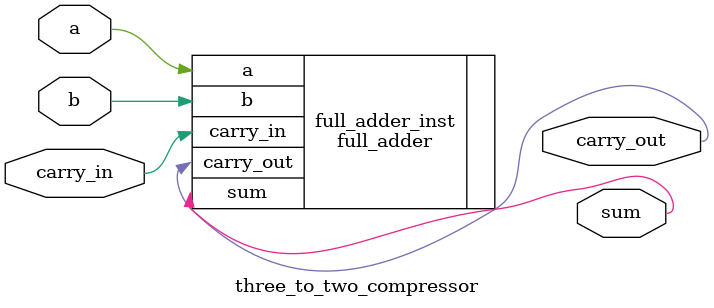
<source format=v>
`include "full_adder.v"

module three_to_two_compressor 
	(
		input a,
		input b,
		input carry_in,
		output sum,
		output carry_out
	);

	full_adder full_adder_inst
	( 
		.a(a),
		.b(b),
		.carry_in(carry_in),
		.sum(sum),
		.carry_out(carry_out)
	);

endmodule

</source>
